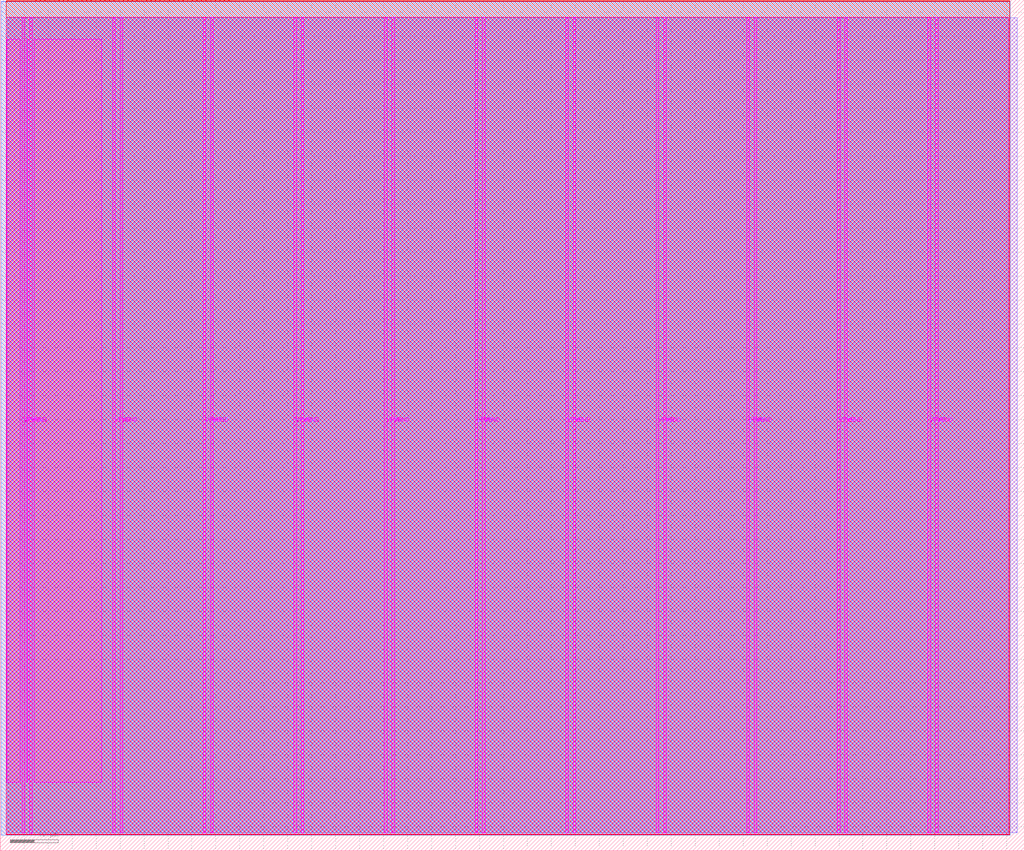
<source format=lef>
VERSION 5.7 ;
  NOWIREEXTENSIONATPIN ON ;
  DIVIDERCHAR "/" ;
  BUSBITCHARS "[]" ;
MACRO tt_um_fabulous_ihp_26a
  CLASS BLOCK ;
  FOREIGN tt_um_fabulous_ihp_26a ;
  ORIGIN 0.000 0.000 ;
  SIZE 854.400 BY 710.640 ;
  PIN VGND
    DIRECTION INOUT ;
    USE GROUND ;
    PORT
      LAYER TopMetal1 ;
        RECT 24.460 14.490 26.660 696.150 ;
    END
    PORT
      LAYER TopMetal1 ;
        RECT 100.060 14.900 102.260 696.150 ;
    END
    PORT
      LAYER TopMetal1 ;
        RECT 175.660 14.900 177.860 696.150 ;
    END
    PORT
      LAYER TopMetal1 ;
        RECT 251.260 14.900 253.460 696.150 ;
    END
    PORT
      LAYER TopMetal1 ;
        RECT 326.860 14.900 329.060 696.150 ;
    END
    PORT
      LAYER TopMetal1 ;
        RECT 402.460 14.900 404.660 696.150 ;
    END
    PORT
      LAYER TopMetal1 ;
        RECT 478.060 14.900 480.260 696.150 ;
    END
    PORT
      LAYER TopMetal1 ;
        RECT 553.660 14.900 555.860 696.150 ;
    END
    PORT
      LAYER TopMetal1 ;
        RECT 629.260 14.900 631.460 696.150 ;
    END
    PORT
      LAYER TopMetal1 ;
        RECT 704.860 14.900 707.060 696.150 ;
    END
    PORT
      LAYER TopMetal1 ;
        RECT 780.460 14.900 782.660 696.150 ;
    END
  END VGND
  PIN VPWR
    DIRECTION INOUT ;
    USE POWER ;
    PORT
      LAYER TopMetal1 ;
        RECT 18.260 14.900 20.460 695.740 ;
    END
    PORT
      LAYER TopMetal1 ;
        RECT 93.860 14.900 96.060 695.740 ;
    END
    PORT
      LAYER TopMetal1 ;
        RECT 169.460 14.900 171.660 695.740 ;
    END
    PORT
      LAYER TopMetal1 ;
        RECT 245.060 14.900 247.260 695.740 ;
    END
    PORT
      LAYER TopMetal1 ;
        RECT 320.660 14.900 322.860 695.740 ;
    END
    PORT
      LAYER TopMetal1 ;
        RECT 396.260 14.900 398.460 695.740 ;
    END
    PORT
      LAYER TopMetal1 ;
        RECT 471.860 14.900 474.060 695.740 ;
    END
    PORT
      LAYER TopMetal1 ;
        RECT 547.460 14.900 549.660 695.740 ;
    END
    PORT
      LAYER TopMetal1 ;
        RECT 623.060 14.900 625.260 695.740 ;
    END
    PORT
      LAYER TopMetal1 ;
        RECT 698.660 14.900 700.860 695.740 ;
    END
    PORT
      LAYER TopMetal1 ;
        RECT 774.260 14.900 776.460 695.740 ;
    END
  END VPWR
  PIN clk
    DIRECTION INPUT ;
    USE SIGNAL ;
    ANTENNAGATEAREA 1.450800 ;
    PORT
      LAYER Metal4 ;
        RECT 187.050 709.640 187.350 710.640 ;
    END
  END clk
  PIN ena
    DIRECTION INPUT ;
    USE SIGNAL ;
    PORT
      LAYER Metal4 ;
        RECT 190.890 709.640 191.190 710.640 ;
    END
  END ena
  PIN rst_n
    DIRECTION INPUT ;
    USE SIGNAL ;
    ANTENNAGATEAREA 0.180700 ;
    PORT
      LAYER Metal4 ;
        RECT 183.210 709.640 183.510 710.640 ;
    END
  END rst_n
  PIN ui_in[0]
    DIRECTION INPUT ;
    USE SIGNAL ;
    ANTENNAGATEAREA 0.180700 ;
    PORT
      LAYER Metal4 ;
        RECT 179.370 709.640 179.670 710.640 ;
    END
  END ui_in[0]
  PIN ui_in[1]
    DIRECTION INPUT ;
    USE SIGNAL ;
    ANTENNAGATEAREA 0.180700 ;
    PORT
      LAYER Metal4 ;
        RECT 175.530 709.640 175.830 710.640 ;
    END
  END ui_in[1]
  PIN ui_in[2]
    DIRECTION INPUT ;
    USE SIGNAL ;
    ANTENNAGATEAREA 0.180700 ;
    PORT
      LAYER Metal4 ;
        RECT 171.690 709.640 171.990 710.640 ;
    END
  END ui_in[2]
  PIN ui_in[3]
    DIRECTION INPUT ;
    USE SIGNAL ;
    PORT
      LAYER Metal4 ;
        RECT 167.850 709.640 168.150 710.640 ;
    END
  END ui_in[3]
  PIN ui_in[4]
    DIRECTION INPUT ;
    USE SIGNAL ;
    PORT
      LAYER Metal4 ;
        RECT 164.010 709.640 164.310 710.640 ;
    END
  END ui_in[4]
  PIN ui_in[5]
    DIRECTION INPUT ;
    USE SIGNAL ;
    PORT
      LAYER Metal4 ;
        RECT 160.170 709.640 160.470 710.640 ;
    END
  END ui_in[5]
  PIN ui_in[6]
    DIRECTION INPUT ;
    USE SIGNAL ;
    PORT
      LAYER Metal4 ;
        RECT 156.330 709.640 156.630 710.640 ;
    END
  END ui_in[6]
  PIN ui_in[7]
    DIRECTION INPUT ;
    USE SIGNAL ;
    PORT
      LAYER Metal4 ;
        RECT 152.490 709.640 152.790 710.640 ;
    END
  END ui_in[7]
  PIN uio_in[0]
    DIRECTION INPUT ;
    USE SIGNAL ;
    ANTENNAGATEAREA 0.335400 ;
    ANTENNADIFFAREA 2.015400 ;
    PORT
      LAYER Metal4 ;
        RECT 148.650 709.640 148.950 710.640 ;
    END
  END uio_in[0]
  PIN uio_in[1]
    DIRECTION INPUT ;
    USE SIGNAL ;
    ANTENNAGATEAREA 0.335400 ;
    PORT
      LAYER Metal4 ;
        RECT 144.810 709.640 145.110 710.640 ;
    END
  END uio_in[1]
  PIN uio_in[2]
    DIRECTION INPUT ;
    USE SIGNAL ;
    ANTENNAGATEAREA 0.335400 ;
    ANTENNADIFFAREA 2.015400 ;
    PORT
      LAYER Metal4 ;
        RECT 140.970 709.640 141.270 710.640 ;
    END
  END uio_in[2]
  PIN uio_in[3]
    DIRECTION INPUT ;
    USE SIGNAL ;
    ANTENNAGATEAREA 0.335400 ;
    PORT
      LAYER Metal4 ;
        RECT 137.130 709.640 137.430 710.640 ;
    END
  END uio_in[3]
  PIN uio_in[4]
    DIRECTION INPUT ;
    USE SIGNAL ;
    ANTENNAGATEAREA 0.335400 ;
    ANTENNADIFFAREA 2.015400 ;
    PORT
      LAYER Metal4 ;
        RECT 133.290 709.640 133.590 710.640 ;
    END
  END uio_in[4]
  PIN uio_in[5]
    DIRECTION INPUT ;
    USE SIGNAL ;
    ANTENNAGATEAREA 0.335400 ;
    ANTENNADIFFAREA 2.015400 ;
    PORT
      LAYER Metal4 ;
        RECT 129.450 709.640 129.750 710.640 ;
    END
  END uio_in[5]
  PIN uio_in[6]
    DIRECTION INPUT ;
    USE SIGNAL ;
    ANTENNAGATEAREA 0.335400 ;
    PORT
      LAYER Metal4 ;
        RECT 125.610 709.640 125.910 710.640 ;
    END
  END uio_in[6]
  PIN uio_in[7]
    DIRECTION INPUT ;
    USE SIGNAL ;
    ANTENNAGATEAREA 0.335400 ;
    PORT
      LAYER Metal4 ;
        RECT 121.770 709.640 122.070 710.640 ;
    END
  END uio_in[7]
  PIN uio_oe[0]
    DIRECTION OUTPUT ;
    USE SIGNAL ;
    ANTENNADIFFAREA 0.708600 ;
    PORT
      LAYER Metal4 ;
        RECT 56.490 709.640 56.790 710.640 ;
    END
  END uio_oe[0]
  PIN uio_oe[1]
    DIRECTION OUTPUT ;
    USE SIGNAL ;
    ANTENNADIFFAREA 0.708600 ;
    PORT
      LAYER Metal4 ;
        RECT 52.650 709.640 52.950 710.640 ;
    END
  END uio_oe[1]
  PIN uio_oe[2]
    DIRECTION OUTPUT ;
    USE SIGNAL ;
    ANTENNADIFFAREA 0.708600 ;
    PORT
      LAYER Metal4 ;
        RECT 48.810 709.640 49.110 710.640 ;
    END
  END uio_oe[2]
  PIN uio_oe[3]
    DIRECTION OUTPUT ;
    USE SIGNAL ;
    ANTENNADIFFAREA 0.708600 ;
    PORT
      LAYER Metal4 ;
        RECT 44.970 709.640 45.270 710.640 ;
    END
  END uio_oe[3]
  PIN uio_oe[4]
    DIRECTION OUTPUT ;
    USE SIGNAL ;
    ANTENNADIFFAREA 0.708600 ;
    PORT
      LAYER Metal4 ;
        RECT 41.130 709.640 41.430 710.640 ;
    END
  END uio_oe[4]
  PIN uio_oe[5]
    DIRECTION OUTPUT ;
    USE SIGNAL ;
    ANTENNADIFFAREA 0.708600 ;
    PORT
      LAYER Metal4 ;
        RECT 37.290 709.640 37.590 710.640 ;
    END
  END uio_oe[5]
  PIN uio_oe[6]
    DIRECTION OUTPUT ;
    USE SIGNAL ;
    ANTENNADIFFAREA 0.708600 ;
    PORT
      LAYER Metal4 ;
        RECT 33.450 709.640 33.750 710.640 ;
    END
  END uio_oe[6]
  PIN uio_oe[7]
    DIRECTION OUTPUT ;
    USE SIGNAL ;
    ANTENNADIFFAREA 0.708600 ;
    PORT
      LAYER Metal4 ;
        RECT 29.610 709.640 29.910 710.640 ;
    END
  END uio_oe[7]
  PIN uio_out[0]
    DIRECTION OUTPUT ;
    USE SIGNAL ;
    ANTENNADIFFAREA 0.708600 ;
    PORT
      LAYER Metal4 ;
        RECT 87.210 709.640 87.510 710.640 ;
    END
  END uio_out[0]
  PIN uio_out[1]
    DIRECTION OUTPUT ;
    USE SIGNAL ;
    ANTENNADIFFAREA 0.708600 ;
    PORT
      LAYER Metal4 ;
        RECT 83.370 709.640 83.670 710.640 ;
    END
  END uio_out[1]
  PIN uio_out[2]
    DIRECTION OUTPUT ;
    USE SIGNAL ;
    ANTENNADIFFAREA 0.708600 ;
    PORT
      LAYER Metal4 ;
        RECT 79.530 709.640 79.830 710.640 ;
    END
  END uio_out[2]
  PIN uio_out[3]
    DIRECTION OUTPUT ;
    USE SIGNAL ;
    ANTENNADIFFAREA 0.708600 ;
    PORT
      LAYER Metal4 ;
        RECT 75.690 709.640 75.990 710.640 ;
    END
  END uio_out[3]
  PIN uio_out[4]
    DIRECTION OUTPUT ;
    USE SIGNAL ;
    ANTENNADIFFAREA 0.708600 ;
    PORT
      LAYER Metal4 ;
        RECT 71.850 709.640 72.150 710.640 ;
    END
  END uio_out[4]
  PIN uio_out[5]
    DIRECTION OUTPUT ;
    USE SIGNAL ;
    ANTENNADIFFAREA 0.708600 ;
    PORT
      LAYER Metal4 ;
        RECT 68.010 709.640 68.310 710.640 ;
    END
  END uio_out[5]
  PIN uio_out[6]
    DIRECTION OUTPUT ;
    USE SIGNAL ;
    ANTENNADIFFAREA 0.708600 ;
    PORT
      LAYER Metal4 ;
        RECT 64.170 709.640 64.470 710.640 ;
    END
  END uio_out[6]
  PIN uio_out[7]
    DIRECTION OUTPUT ;
    USE SIGNAL ;
    ANTENNADIFFAREA 0.708600 ;
    PORT
      LAYER Metal4 ;
        RECT 60.330 709.640 60.630 710.640 ;
    END
  END uio_out[7]
  PIN uo_out[0]
    DIRECTION OUTPUT ;
    USE SIGNAL ;
    ANTENNADIFFAREA 0.299200 ;
    PORT
      LAYER Metal4 ;
        RECT 117.930 709.640 118.230 710.640 ;
    END
  END uo_out[0]
  PIN uo_out[1]
    DIRECTION OUTPUT ;
    USE SIGNAL ;
    ANTENNADIFFAREA 0.299200 ;
    PORT
      LAYER Metal4 ;
        RECT 114.090 709.640 114.390 710.640 ;
    END
  END uo_out[1]
  PIN uo_out[2]
    DIRECTION OUTPUT ;
    USE SIGNAL ;
    ANTENNADIFFAREA 0.299200 ;
    PORT
      LAYER Metal4 ;
        RECT 110.250 709.640 110.550 710.640 ;
    END
  END uo_out[2]
  PIN uo_out[3]
    DIRECTION OUTPUT ;
    USE SIGNAL ;
    ANTENNADIFFAREA 0.299200 ;
    PORT
      LAYER Metal4 ;
        RECT 106.410 709.640 106.710 710.640 ;
    END
  END uo_out[3]
  PIN uo_out[4]
    DIRECTION OUTPUT ;
    USE SIGNAL ;
    ANTENNADIFFAREA 0.299200 ;
    PORT
      LAYER Metal4 ;
        RECT 102.570 709.640 102.870 710.640 ;
    END
  END uo_out[4]
  PIN uo_out[5]
    DIRECTION OUTPUT ;
    USE SIGNAL ;
    ANTENNADIFFAREA 0.299200 ;
    PORT
      LAYER Metal4 ;
        RECT 98.730 709.640 99.030 710.640 ;
    END
  END uo_out[5]
  PIN uo_out[6]
    DIRECTION OUTPUT ;
    USE SIGNAL ;
    ANTENNADIFFAREA 0.299200 ;
    PORT
      LAYER Metal4 ;
        RECT 94.890 709.640 95.190 710.640 ;
    END
  END uo_out[6]
  PIN uo_out[7]
    DIRECTION OUTPUT ;
    USE SIGNAL ;
    ANTENNADIFFAREA 0.299200 ;
    PORT
      LAYER Metal4 ;
        RECT 91.050 709.640 91.350 710.640 ;
    END
  END uo_out[7]
  OBS
      LAYER GatPoly ;
        RECT 5.760 14.970 848.640 695.670 ;
      LAYER Metal1 ;
        RECT 5.760 14.900 848.640 695.740 ;
      LAYER Metal2 ;
        RECT 0.855 12.875 842.985 709.105 ;
      LAYER Metal3 ;
        RECT 0.815 12.920 843.025 709.485 ;
      LAYER Metal4 ;
        RECT 5.175 709.430 29.400 709.640 ;
        RECT 30.120 709.430 33.240 709.640 ;
        RECT 33.960 709.430 37.080 709.640 ;
        RECT 37.800 709.430 40.920 709.640 ;
        RECT 41.640 709.430 44.760 709.640 ;
        RECT 45.480 709.430 48.600 709.640 ;
        RECT 49.320 709.430 52.440 709.640 ;
        RECT 53.160 709.430 56.280 709.640 ;
        RECT 57.000 709.430 60.120 709.640 ;
        RECT 60.840 709.430 63.960 709.640 ;
        RECT 64.680 709.430 67.800 709.640 ;
        RECT 68.520 709.430 71.640 709.640 ;
        RECT 72.360 709.430 75.480 709.640 ;
        RECT 76.200 709.430 79.320 709.640 ;
        RECT 80.040 709.430 83.160 709.640 ;
        RECT 83.880 709.430 87.000 709.640 ;
        RECT 87.720 709.430 90.840 709.640 ;
        RECT 91.560 709.430 94.680 709.640 ;
        RECT 95.400 709.430 98.520 709.640 ;
        RECT 99.240 709.430 102.360 709.640 ;
        RECT 103.080 709.430 106.200 709.640 ;
        RECT 106.920 709.430 110.040 709.640 ;
        RECT 110.760 709.430 113.880 709.640 ;
        RECT 114.600 709.430 117.720 709.640 ;
        RECT 118.440 709.430 121.560 709.640 ;
        RECT 122.280 709.430 125.400 709.640 ;
        RECT 126.120 709.430 129.240 709.640 ;
        RECT 129.960 709.430 133.080 709.640 ;
        RECT 133.800 709.430 136.920 709.640 ;
        RECT 137.640 709.430 140.760 709.640 ;
        RECT 141.480 709.430 144.600 709.640 ;
        RECT 145.320 709.430 148.440 709.640 ;
        RECT 149.160 709.430 152.280 709.640 ;
        RECT 153.000 709.430 156.120 709.640 ;
        RECT 156.840 709.430 159.960 709.640 ;
        RECT 160.680 709.430 163.800 709.640 ;
        RECT 164.520 709.430 167.640 709.640 ;
        RECT 168.360 709.430 171.480 709.640 ;
        RECT 172.200 709.430 175.320 709.640 ;
        RECT 176.040 709.430 179.160 709.640 ;
        RECT 179.880 709.430 183.000 709.640 ;
        RECT 183.720 709.430 186.840 709.640 ;
        RECT 187.560 709.430 190.680 709.640 ;
        RECT 191.400 709.430 842.500 709.640 ;
        RECT 5.175 13.295 842.500 709.430 ;
      LAYER Metal5 ;
        RECT 5.135 13.760 841.800 695.830 ;
      LAYER TopMetal1 ;
        RECT 5.380 57.140 16.620 677.860 ;
        RECT 22.100 57.140 22.820 677.860 ;
        RECT 28.300 57.140 84.540 677.860 ;
  END
END tt_um_fabulous_ihp_26a
END LIBRARY


</source>
